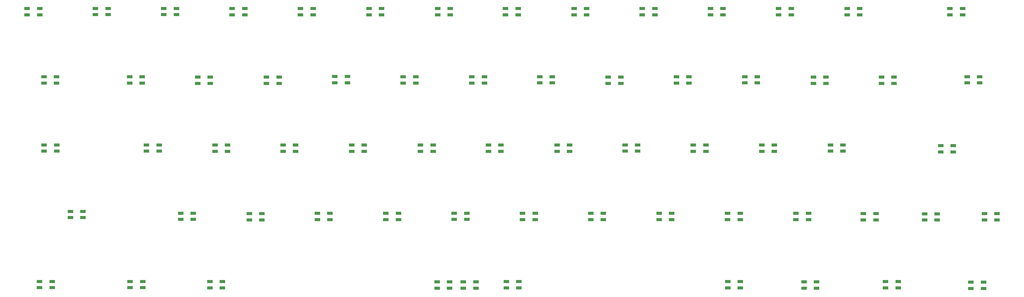
<source format=gtp>
G04 #@! TF.GenerationSoftware,KiCad,Pcbnew,(5.0.2)-1*
G04 #@! TF.CreationDate,2019-02-06T17:14:15+08:00*
G04 #@! TF.ProjectId,keyboard,6b657962-6f61-4726-942e-6b696361645f,B*
G04 #@! TF.SameCoordinates,Original*
G04 #@! TF.FileFunction,Paste,Top*
G04 #@! TF.FilePolarity,Positive*
%FSLAX45Y45*%
G04 Gerber Fmt 4.5, Leading zero omitted, Abs format (unit mm)*
G04 Created by KiCad (PCBNEW (5.0.2)-1) date 2019/2/6 17:14:15*
%MOMM*%
%LPD*%
G01*
G04 APERTURE LIST*
%ADD10R,1.560000X0.810000*%
G04 APERTURE END LIST*
D10*
G04 #@! TO.C,*
X18402560Y-15482700D03*
X18402560Y-15657700D03*
X18752560Y-15482700D03*
X18752560Y-15657700D03*
G04 #@! TD*
G04 #@! TO.C,*
X6977640Y-7857620D03*
X6977640Y-8032620D03*
X7327640Y-7857620D03*
X7327640Y-8032620D03*
G04 #@! TD*
G04 #@! TO.C,*
X8880100Y-7852540D03*
X8880100Y-8027540D03*
X9230100Y-7852540D03*
X9230100Y-8027540D03*
G04 #@! TD*
G04 #@! TO.C,*
X10785100Y-7852540D03*
X10785100Y-8027540D03*
X11135100Y-7852540D03*
X11135100Y-8027540D03*
G04 #@! TD*
G04 #@! TO.C,*
X12690100Y-7857620D03*
X12690100Y-8032620D03*
X13040100Y-7857620D03*
X13040100Y-8032620D03*
G04 #@! TD*
G04 #@! TO.C,*
X14597640Y-7857620D03*
X14597640Y-8032620D03*
X14947640Y-7857620D03*
X14947640Y-8032620D03*
G04 #@! TD*
G04 #@! TO.C,*
X16507720Y-7857620D03*
X16507720Y-8032620D03*
X16857720Y-7857620D03*
X16857720Y-8032620D03*
G04 #@! TD*
G04 #@! TO.C,*
X18417800Y-7857620D03*
X18417800Y-8032620D03*
X18767800Y-7857620D03*
X18767800Y-8032620D03*
G04 #@! TD*
G04 #@! TO.C,*
X20312640Y-7857620D03*
X20312640Y-8032620D03*
X20662640Y-7857620D03*
X20662640Y-8032620D03*
G04 #@! TD*
G04 #@! TO.C,*
X22222720Y-7857620D03*
X22222720Y-8032620D03*
X22572720Y-7857620D03*
X22572720Y-8032620D03*
G04 #@! TD*
G04 #@! TO.C,*
X24122640Y-7857620D03*
X24122640Y-8032620D03*
X24472640Y-7857620D03*
X24472640Y-8032620D03*
G04 #@! TD*
G04 #@! TO.C,*
X26022560Y-7857620D03*
X26022560Y-8032620D03*
X26372560Y-7857620D03*
X26372560Y-8032620D03*
G04 #@! TD*
G04 #@! TO.C,*
X27922480Y-7857620D03*
X27922480Y-8032620D03*
X28272480Y-7857620D03*
X28272480Y-8032620D03*
G04 #@! TD*
G04 #@! TO.C,*
X29832560Y-7857620D03*
X29832560Y-8032620D03*
X30182560Y-7857620D03*
X30182560Y-8032620D03*
G04 #@! TD*
G04 #@! TO.C,*
X32697680Y-7857620D03*
X32697680Y-8032620D03*
X33047680Y-7857620D03*
X33047680Y-8032620D03*
G04 #@! TD*
G04 #@! TO.C,*
X7445000Y-9762620D03*
X7445000Y-9937620D03*
X7795000Y-9762620D03*
X7795000Y-9937620D03*
G04 #@! TD*
G04 #@! TO.C,*
X10305040Y-11662540D03*
X10305040Y-11837540D03*
X10655040Y-11662540D03*
X10655040Y-11837540D03*
G04 #@! TD*
G04 #@! TO.C,*
X8181600Y-13516740D03*
X8181600Y-13691740D03*
X8531600Y-13516740D03*
X8531600Y-13691740D03*
G04 #@! TD*
G04 #@! TO.C,*
X7323080Y-15472540D03*
X7323080Y-15647540D03*
X7673080Y-15472540D03*
X7673080Y-15647540D03*
G04 #@! TD*
G04 #@! TO.C,*
X9847840Y-15472540D03*
X9847840Y-15647540D03*
X10197840Y-15472540D03*
X10197840Y-15647540D03*
G04 #@! TD*
G04 #@! TO.C,*
X12067800Y-15477620D03*
X12067800Y-15652620D03*
X12417800Y-15477620D03*
X12417800Y-15652620D03*
G04 #@! TD*
G04 #@! TO.C,*
X19134080Y-15482700D03*
X19134080Y-15657700D03*
X19484080Y-15482700D03*
X19484080Y-15657700D03*
G04 #@! TD*
G04 #@! TO.C,*
X20332960Y-15477620D03*
X20332960Y-15652620D03*
X20682960Y-15477620D03*
X20682960Y-15652620D03*
G04 #@! TD*
G04 #@! TO.C,*
X26505160Y-15477620D03*
X26505160Y-15652620D03*
X26855160Y-15477620D03*
X26855160Y-15652620D03*
G04 #@! TD*
G04 #@! TO.C,*
X28628600Y-15482700D03*
X28628600Y-15657700D03*
X28978600Y-15482700D03*
X28978600Y-15657700D03*
G04 #@! TD*
G04 #@! TO.C,*
X30904440Y-15477620D03*
X30904440Y-15652620D03*
X31254440Y-15477620D03*
X31254440Y-15652620D03*
G04 #@! TD*
G04 #@! TO.C,*
X33281880Y-15492860D03*
X33281880Y-15667860D03*
X33631880Y-15492860D03*
X33631880Y-15667860D03*
G04 #@! TD*
G04 #@! TO.C,*
X9832600Y-9762620D03*
X9832600Y-9937620D03*
X10182600Y-9762620D03*
X10182600Y-9937620D03*
G04 #@! TD*
G04 #@! TO.C,*
X11732520Y-9767700D03*
X11732520Y-9942700D03*
X12082520Y-9767700D03*
X12082520Y-9942700D03*
G04 #@! TD*
G04 #@! TO.C,*
X13647680Y-9767700D03*
X13647680Y-9942700D03*
X13997680Y-9767700D03*
X13997680Y-9942700D03*
G04 #@! TD*
G04 #@! TO.C,*
X15552680Y-9752460D03*
X15552680Y-9927460D03*
X15902680Y-9752460D03*
X15902680Y-9927460D03*
G04 #@! TD*
G04 #@! TO.C,*
X17457680Y-9762620D03*
X17457680Y-9937620D03*
X17807680Y-9762620D03*
X17807680Y-9937620D03*
G04 #@! TD*
G04 #@! TO.C,*
X19372840Y-9762620D03*
X19372840Y-9937620D03*
X19722840Y-9762620D03*
X19722840Y-9937620D03*
G04 #@! TD*
G04 #@! TO.C,*
X21262600Y-9757540D03*
X21262600Y-9932540D03*
X21612600Y-9757540D03*
X21612600Y-9932540D03*
G04 #@! TD*
G04 #@! TO.C,*
X23172680Y-9767700D03*
X23172680Y-9942700D03*
X23522680Y-9767700D03*
X23522680Y-9942700D03*
G04 #@! TD*
G04 #@! TO.C,*
X25072600Y-9762620D03*
X25072600Y-9937620D03*
X25422600Y-9762620D03*
X25422600Y-9937620D03*
G04 #@! TD*
G04 #@! TO.C,*
X26977600Y-9757540D03*
X26977600Y-9932540D03*
X27327600Y-9757540D03*
X27327600Y-9932540D03*
G04 #@! TD*
G04 #@! TO.C,*
X28892760Y-9767700D03*
X28892760Y-9942700D03*
X29242760Y-9767700D03*
X29242760Y-9942700D03*
G04 #@! TD*
G04 #@! TO.C,*
X30787600Y-9767700D03*
X30787600Y-9942700D03*
X31137600Y-9767700D03*
X31137600Y-9942700D03*
G04 #@! TD*
G04 #@! TO.C,*
X31991560Y-13582780D03*
X31991560Y-13757780D03*
X32341560Y-13582780D03*
X32341560Y-13757780D03*
G04 #@! TD*
G04 #@! TO.C,*
X30284680Y-13577700D03*
X30284680Y-13752700D03*
X30634680Y-13577700D03*
X30634680Y-13752700D03*
G04 #@! TD*
G04 #@! TO.C,*
X33657800Y-13577700D03*
X33657800Y-13752700D03*
X34007800Y-13577700D03*
X34007800Y-13752700D03*
G04 #@! TD*
G04 #@! TO.C,*
X7450080Y-11662540D03*
X7450080Y-11837540D03*
X7800080Y-11662540D03*
X7800080Y-11837540D03*
G04 #@! TD*
G04 #@! TO.C,*
X12215120Y-11667620D03*
X12215120Y-11842620D03*
X12565120Y-11667620D03*
X12565120Y-11842620D03*
G04 #@! TD*
G04 #@! TO.C,*
X14109960Y-11667620D03*
X14109960Y-11842620D03*
X14459960Y-11667620D03*
X14459960Y-11842620D03*
G04 #@! TD*
G04 #@! TO.C,*
X16025120Y-11667620D03*
X16025120Y-11842620D03*
X16375120Y-11667620D03*
X16375120Y-11842620D03*
G04 #@! TD*
G04 #@! TO.C,*
X17940280Y-11667620D03*
X17940280Y-11842620D03*
X18290280Y-11667620D03*
X18290280Y-11842620D03*
G04 #@! TD*
G04 #@! TO.C,*
X19835120Y-11667620D03*
X19835120Y-11842620D03*
X20185120Y-11667620D03*
X20185120Y-11842620D03*
G04 #@! TD*
G04 #@! TO.C,*
X21745200Y-11667620D03*
X21745200Y-11842620D03*
X22095200Y-11667620D03*
X22095200Y-11842620D03*
G04 #@! TD*
G04 #@! TO.C,*
X23645120Y-11662540D03*
X23645120Y-11837540D03*
X23995120Y-11662540D03*
X23995120Y-11837540D03*
G04 #@! TD*
G04 #@! TO.C,*
X25545040Y-11667620D03*
X25545040Y-11842620D03*
X25895040Y-11667620D03*
X25895040Y-11842620D03*
G04 #@! TD*
G04 #@! TO.C,*
X27455120Y-11667620D03*
X27455120Y-11842620D03*
X27805120Y-11667620D03*
X27805120Y-11842620D03*
G04 #@! TD*
G04 #@! TO.C,*
X29365200Y-11662540D03*
X29365200Y-11837540D03*
X29715200Y-11662540D03*
X29715200Y-11837540D03*
G04 #@! TD*
G04 #@! TO.C,*
X32438600Y-11682860D03*
X32438600Y-11857860D03*
X32788600Y-11682860D03*
X32788600Y-11857860D03*
G04 #@! TD*
G04 #@! TO.C,*
X33175200Y-9757540D03*
X33175200Y-9932540D03*
X33525200Y-9757540D03*
X33525200Y-9932540D03*
G04 #@! TD*
G04 #@! TO.C,*
X11255000Y-13567540D03*
X11255000Y-13742540D03*
X11605000Y-13567540D03*
X11605000Y-13742540D03*
G04 #@! TD*
G04 #@! TO.C,*
X13170160Y-13577700D03*
X13170160Y-13752700D03*
X13520160Y-13577700D03*
X13520160Y-13752700D03*
G04 #@! TD*
G04 #@! TO.C,*
X15065000Y-13572620D03*
X15065000Y-13747620D03*
X15415000Y-13572620D03*
X15415000Y-13747620D03*
G04 #@! TD*
G04 #@! TO.C,*
X16975080Y-13572620D03*
X16975080Y-13747620D03*
X17325080Y-13572620D03*
X17325080Y-13747620D03*
G04 #@! TD*
G04 #@! TO.C,*
X18880080Y-13567540D03*
X18880080Y-13742540D03*
X19230080Y-13567540D03*
X19230080Y-13742540D03*
G04 #@! TD*
G04 #@! TO.C,*
X20785080Y-13572620D03*
X20785080Y-13747620D03*
X21135080Y-13572620D03*
X21135080Y-13747620D03*
G04 #@! TD*
G04 #@! TO.C,*
X22685000Y-13572620D03*
X22685000Y-13747620D03*
X23035000Y-13572620D03*
X23035000Y-13747620D03*
G04 #@! TD*
G04 #@! TO.C,*
X24590000Y-13572620D03*
X24590000Y-13747620D03*
X24940000Y-13572620D03*
X24940000Y-13747620D03*
G04 #@! TD*
G04 #@! TO.C,*
X26500080Y-13572620D03*
X26500080Y-13747620D03*
X26850080Y-13572620D03*
X26850080Y-13747620D03*
G04 #@! TD*
G04 #@! TO.C,*
X28405080Y-13572620D03*
X28405080Y-13747620D03*
X28755080Y-13572620D03*
X28755080Y-13747620D03*
G04 #@! TD*
M02*

</source>
